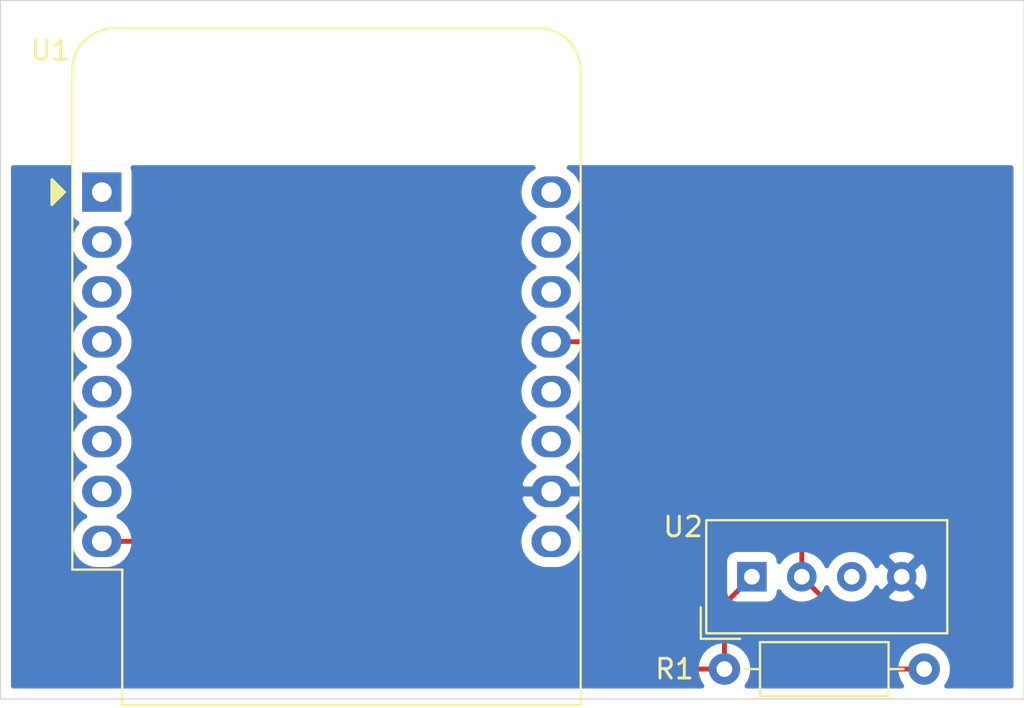
<source format=kicad_pcb>
(kicad_pcb (version 20171130) (host pcbnew 5.1.9-73d0e3b20d~88~ubuntu20.04.1)

  (general
    (thickness 1.6)
    (drawings 4)
    (tracks 12)
    (zones 0)
    (modules 3)
    (nets 17)
  )

  (page A4)
  (title_block
    (title "Wemos D1/DHT22 Temperature Station")
    (date 2021-01-20)
    (rev 1)
    (company "Jonathan Ludwig")
  )

  (layers
    (0 F.Cu signal)
    (31 B.Cu signal)
    (32 B.Adhes user)
    (33 F.Adhes user)
    (34 B.Paste user)
    (35 F.Paste user)
    (36 B.SilkS user)
    (37 F.SilkS user)
    (38 B.Mask user)
    (39 F.Mask user)
    (40 Dwgs.User user)
    (41 Cmts.User user)
    (42 Eco1.User user)
    (43 Eco2.User user)
    (44 Edge.Cuts user)
    (45 Margin user)
    (46 B.CrtYd user)
    (47 F.CrtYd user)
    (48 B.Fab user)
    (49 F.Fab user)
  )

  (setup
    (last_trace_width 0.25)
    (trace_clearance 0.2)
    (zone_clearance 0.508)
    (zone_45_only no)
    (trace_min 0.2)
    (via_size 0.8)
    (via_drill 0.4)
    (via_min_size 0.4)
    (via_min_drill 0.3)
    (uvia_size 0.3)
    (uvia_drill 0.1)
    (uvias_allowed no)
    (uvia_min_size 0.2)
    (uvia_min_drill 0.1)
    (edge_width 0.05)
    (segment_width 0.2)
    (pcb_text_width 0.3)
    (pcb_text_size 1.5 1.5)
    (mod_edge_width 0.12)
    (mod_text_size 1 1)
    (mod_text_width 0.15)
    (pad_size 1.524 1.524)
    (pad_drill 0.762)
    (pad_to_mask_clearance 0)
    (aux_axis_origin 0 0)
    (visible_elements FFFFFF7F)
    (pcbplotparams
      (layerselection 0x010fc_ffffffff)
      (usegerberextensions false)
      (usegerberattributes true)
      (usegerberadvancedattributes true)
      (creategerberjobfile true)
      (excludeedgelayer true)
      (linewidth 0.100000)
      (plotframeref false)
      (viasonmask false)
      (mode 1)
      (useauxorigin false)
      (hpglpennumber 1)
      (hpglpenspeed 20)
      (hpglpendiameter 15.000000)
      (psnegative false)
      (psa4output false)
      (plotreference true)
      (plotvalue true)
      (plotinvisibletext false)
      (padsonsilk false)
      (subtractmaskfromsilk false)
      (outputformat 1)
      (mirror false)
      (drillshape 1)
      (scaleselection 1)
      (outputdirectory ""))
  )

  (net 0 "")
  (net 1 "Net-(R1-Pad1)")
  (net 2 "Net-(R1-Pad2)")
  (net 3 "Net-(U1-Pad2)")
  (net 4 "Net-(U1-Pad1)")
  (net 5 "Net-(U1-Pad4)")
  (net 6 "Net-(U1-Pad5)")
  (net 7 "Net-(U1-Pad6)")
  (net 8 "Net-(U1-Pad7)")
  (net 9 "Net-(U1-Pad9)")
  (net 10 "Net-(U1-Pad10)")
  (net 11 "Net-(U1-Pad12)")
  (net 12 "Net-(U1-Pad14)")
  (net 13 "Net-(U1-Pad15)")
  (net 14 "Net-(U1-Pad16)")
  (net 15 "Net-(U2-Pad3)")
  (net 16 "Net-(U1-Pad11)")

  (net_class Default "This is the default net class."
    (clearance 0.2)
    (trace_width 0.25)
    (via_dia 0.8)
    (via_drill 0.4)
    (uvia_dia 0.3)
    (uvia_drill 0.1)
    (add_net "Net-(R1-Pad1)")
    (add_net "Net-(R1-Pad2)")
    (add_net "Net-(U1-Pad1)")
    (add_net "Net-(U1-Pad10)")
    (add_net "Net-(U1-Pad11)")
    (add_net "Net-(U1-Pad12)")
    (add_net "Net-(U1-Pad14)")
    (add_net "Net-(U1-Pad15)")
    (add_net "Net-(U1-Pad16)")
    (add_net "Net-(U1-Pad2)")
    (add_net "Net-(U1-Pad4)")
    (add_net "Net-(U1-Pad5)")
    (add_net "Net-(U1-Pad6)")
    (add_net "Net-(U1-Pad7)")
    (add_net "Net-(U1-Pad9)")
    (add_net "Net-(U2-Pad3)")
  )

  (module Module:WEMOS_D1_mini_light (layer F.Cu) (tedit 5BBFB1CE) (tstamp 6008C265)
    (at 121.995001 88.495001)
    (descr "16-pin module, column spacing 22.86 mm (900 mils), https://wiki.wemos.cc/products:d1:d1_mini, https://c1.staticflickr.com/1/734/31400410271_f278b087db_z.jpg")
    (tags "ESP8266 WiFi microcontroller")
    (path /60086523)
    (fp_text reference U1 (at -2.615001 -7.215001) (layer F.SilkS)
      (effects (font (size 1 1) (thickness 0.15)))
    )
    (fp_text value WeMos_D1_mini (at 11.7 0) (layer F.Fab)
      (effects (font (size 1 1) (thickness 0.15)))
    )
    (fp_line (start 1.04 19.22) (end 1.04 26.12) (layer F.SilkS) (width 0.12))
    (fp_line (start -1.5 19.22) (end 1.04 19.22) (layer F.SilkS) (width 0.12))
    (fp_line (start -0.37 0) (end -1.37 -1) (layer F.Fab) (width 0.1))
    (fp_line (start -1.37 1) (end -0.37 0) (layer F.Fab) (width 0.1))
    (fp_line (start -1.37 -6.21) (end -1.37 -1) (layer F.Fab) (width 0.1))
    (fp_line (start 1.17 19.09) (end 1.17 25.99) (layer F.Fab) (width 0.1))
    (fp_line (start -1.37 19.09) (end 1.17 19.09) (layer F.Fab) (width 0.1))
    (fp_line (start -1.35 -7.4) (end -0.55 -8.2) (layer Dwgs.User) (width 0.1))
    (fp_line (start -1.3 -5.45) (end 1.45 -8.2) (layer Dwgs.User) (width 0.1))
    (fp_line (start -1.35 -3.4) (end 3.45 -8.2) (layer Dwgs.User) (width 0.1))
    (fp_line (start 22.65 -1.4) (end 24.25 -3) (layer Dwgs.User) (width 0.1))
    (fp_line (start 20.65 -1.4) (end 24.25 -5) (layer Dwgs.User) (width 0.1))
    (fp_line (start 18.65 -1.4) (end 24.25 -7) (layer Dwgs.User) (width 0.1))
    (fp_line (start 16.65 -1.4) (end 23.45 -8.2) (layer Dwgs.User) (width 0.1))
    (fp_line (start 14.65 -1.4) (end 21.45 -8.2) (layer Dwgs.User) (width 0.1))
    (fp_line (start 12.65 -1.4) (end 19.45 -8.2) (layer Dwgs.User) (width 0.1))
    (fp_line (start 10.65 -1.4) (end 17.45 -8.2) (layer Dwgs.User) (width 0.1))
    (fp_line (start 8.65 -1.4) (end 15.45 -8.2) (layer Dwgs.User) (width 0.1))
    (fp_line (start 6.65 -1.4) (end 13.45 -8.2) (layer Dwgs.User) (width 0.1))
    (fp_line (start 4.65 -1.4) (end 11.45 -8.2) (layer Dwgs.User) (width 0.1))
    (fp_line (start 2.65 -1.4) (end 9.45 -8.2) (layer Dwgs.User) (width 0.1))
    (fp_line (start 0.65 -1.4) (end 7.45 -8.2) (layer Dwgs.User) (width 0.1))
    (fp_line (start -1.35 -1.4) (end 5.45 -8.2) (layer Dwgs.User) (width 0.1))
    (fp_line (start -1.35 -8.2) (end -1.35 -1.4) (layer Dwgs.User) (width 0.1))
    (fp_line (start 24.25 -8.2) (end -1.35 -8.2) (layer Dwgs.User) (width 0.1))
    (fp_line (start 24.25 -1.4) (end 24.25 -8.2) (layer Dwgs.User) (width 0.1))
    (fp_line (start -1.35 -1.4) (end 24.25 -1.4) (layer Dwgs.User) (width 0.1))
    (fp_poly (pts (xy -2.54 -0.635) (xy -2.54 0.635) (xy -1.905 0)) (layer F.SilkS) (width 0.15))
    (fp_line (start -1.62 26.24) (end -1.62 -8.46) (layer F.CrtYd) (width 0.05))
    (fp_line (start 24.48 26.24) (end -1.62 26.24) (layer F.CrtYd) (width 0.05))
    (fp_line (start 24.48 -8.41) (end 24.48 26.24) (layer F.CrtYd) (width 0.05))
    (fp_line (start -1.62 -8.46) (end 24.48 -8.46) (layer F.CrtYd) (width 0.05))
    (fp_line (start -1.37 1) (end -1.37 19.09) (layer F.Fab) (width 0.1))
    (fp_line (start 22.23 -8.21) (end 0.63 -8.21) (layer F.Fab) (width 0.1))
    (fp_line (start 24.23 25.99) (end 24.23 -6.21) (layer F.Fab) (width 0.1))
    (fp_line (start 1.17 25.99) (end 24.23 25.99) (layer F.Fab) (width 0.1))
    (fp_line (start 22.24 -8.34) (end 0.63 -8.34) (layer F.SilkS) (width 0.12))
    (fp_line (start 24.36 26.12) (end 24.36 -6.21) (layer F.SilkS) (width 0.12))
    (fp_line (start -1.5 19.22) (end -1.5 -6.21) (layer F.SilkS) (width 0.12))
    (fp_line (start 1.04 26.12) (end 24.36 26.12) (layer F.SilkS) (width 0.12))
    (fp_text user %R (at 11.43 10) (layer F.Fab)
      (effects (font (size 1 1) (thickness 0.15)))
    )
    (fp_arc (start 0.63 -6.21) (end 0.63 -8.21) (angle -90) (layer F.Fab) (width 0.1))
    (fp_arc (start 22.23 -6.21) (end 24.23 -6.19) (angle -90) (layer F.Fab) (width 0.1))
    (fp_arc (start 0.63 -6.21) (end 0.63 -8.34) (angle -90) (layer F.SilkS) (width 0.12))
    (fp_arc (start 22.23 -6.21) (end 24.36 -6.21) (angle -90) (layer F.SilkS) (width 0.12))
    (fp_text user "KEEP OUT" (at 11.43 -6.35) (layer Cmts.User)
      (effects (font (size 1 1) (thickness 0.15)))
    )
    (fp_text user "No copper" (at 11.43 -3.81) (layer Cmts.User)
      (effects (font (size 1 1) (thickness 0.15)))
    )
    (pad 2 thru_hole oval (at 0 2.54) (size 2 1.6) (drill 1) (layers *.Cu *.Mask)
      (net 3 "Net-(U1-Pad2)"))
    (pad 1 thru_hole rect (at 0 0) (size 2 2) (drill 1) (layers *.Cu *.Mask)
      (net 4 "Net-(U1-Pad1)"))
    (pad 3 thru_hole oval (at 0 5.08) (size 2 1.6) (drill 1) (layers *.Cu *.Mask)
      (net 4 "Net-(U1-Pad1)"))
    (pad 4 thru_hole oval (at 0 7.62) (size 2 1.6) (drill 1) (layers *.Cu *.Mask)
      (net 5 "Net-(U1-Pad4)"))
    (pad 5 thru_hole oval (at 0 10.16) (size 2 1.6) (drill 1) (layers *.Cu *.Mask)
      (net 6 "Net-(U1-Pad5)"))
    (pad 6 thru_hole oval (at 0 12.7) (size 2 1.6) (drill 1) (layers *.Cu *.Mask)
      (net 7 "Net-(U1-Pad6)"))
    (pad 7 thru_hole oval (at 0 15.24) (size 2 1.6) (drill 1) (layers *.Cu *.Mask)
      (net 8 "Net-(U1-Pad7)"))
    (pad 8 thru_hole oval (at 0 17.78) (size 2 1.6) (drill 1) (layers *.Cu *.Mask)
      (net 1 "Net-(R1-Pad1)"))
    (pad 9 thru_hole oval (at 22.86 17.78) (size 2 1.6) (drill 1) (layers *.Cu *.Mask)
      (net 9 "Net-(U1-Pad9)"))
    (pad 10 thru_hole oval (at 22.86 15.24) (size 2 1.6) (drill 1) (layers *.Cu *.Mask)
      (net 10 "Net-(U1-Pad10)"))
    (pad 11 thru_hole oval (at 22.86 12.7) (size 2 1.6) (drill 1) (layers *.Cu *.Mask)
      (net 16 "Net-(U1-Pad11)"))
    (pad 12 thru_hole oval (at 22.86 10.16) (size 2 1.6) (drill 1) (layers *.Cu *.Mask)
      (net 11 "Net-(U1-Pad12)"))
    (pad 13 thru_hole oval (at 22.86 7.62) (size 2 1.6) (drill 1) (layers *.Cu *.Mask)
      (net 2 "Net-(R1-Pad2)"))
    (pad 14 thru_hole oval (at 22.86 5.08) (size 2 1.6) (drill 1) (layers *.Cu *.Mask)
      (net 12 "Net-(U1-Pad14)"))
    (pad 15 thru_hole oval (at 22.86 2.54) (size 2 1.6) (drill 1) (layers *.Cu *.Mask)
      (net 13 "Net-(U1-Pad15)"))
    (pad 16 thru_hole oval (at 22.86 0) (size 2 1.6) (drill 1) (layers *.Cu *.Mask)
      (net 14 "Net-(U1-Pad16)"))
    (model ${KISYS3DMOD}/Module.3dshapes/WEMOS_D1_mini_light.wrl
      (at (xyz 0 0 0))
      (scale (xyz 1 1 1))
      (rotate (xyz 0 0 0))
    )
    (model ${KISYS3DMOD}/Connector_PinHeader_2.54mm.3dshapes/PinHeader_1x08_P2.54mm_Vertical.wrl
      (offset (xyz 0 0 9.5))
      (scale (xyz 1 1 1))
      (rotate (xyz 0 -180 0))
    )
    (model ${KISYS3DMOD}/Connector_PinHeader_2.54mm.3dshapes/PinHeader_1x08_P2.54mm_Vertical.wrl
      (offset (xyz 22.86 0 9.5))
      (scale (xyz 1 1 1))
      (rotate (xyz 0 -180 0))
    )
    (model ${KISYS3DMOD}/Connector_PinSocket_2.54mm.3dshapes/PinSocket_1x08_P2.54mm_Vertical.wrl
      (at (xyz 0 0 0))
      (scale (xyz 1 1 1))
      (rotate (xyz 0 0 0))
    )
    (model ${KISYS3DMOD}/Connector_PinSocket_2.54mm.3dshapes/PinSocket_1x08_P2.54mm_Vertical.wrl
      (offset (xyz 22.86 0 0))
      (scale (xyz 1 1 1))
      (rotate (xyz 0 0 0))
    )
  )

  (module Resistor_THT:R_Axial_DIN0207_L6.3mm_D2.5mm_P10.16mm_Horizontal (layer F.Cu) (tedit 5AE5139B) (tstamp 6008C222)
    (at 153.67 112.776)
    (descr "Resistor, Axial_DIN0207 series, Axial, Horizontal, pin pitch=10.16mm, 0.25W = 1/4W, length*diameter=6.3*2.5mm^2, http://cdn-reichelt.de/documents/datenblatt/B400/1_4W%23YAG.pdf")
    (tags "Resistor Axial_DIN0207 series Axial Horizontal pin pitch 10.16mm 0.25W = 1/4W length 6.3mm diameter 2.5mm")
    (path /60089549)
    (fp_text reference R1 (at -2.54 0) (layer F.SilkS)
      (effects (font (size 1 1) (thickness 0.15)))
    )
    (fp_text value 10K (at 12.954 0) (layer F.Fab)
      (effects (font (size 1 1) (thickness 0.15)))
    )
    (fp_line (start 11.21 -1.5) (end -1.05 -1.5) (layer F.CrtYd) (width 0.05))
    (fp_line (start 11.21 1.5) (end 11.21 -1.5) (layer F.CrtYd) (width 0.05))
    (fp_line (start -1.05 1.5) (end 11.21 1.5) (layer F.CrtYd) (width 0.05))
    (fp_line (start -1.05 -1.5) (end -1.05 1.5) (layer F.CrtYd) (width 0.05))
    (fp_line (start 9.12 0) (end 8.35 0) (layer F.SilkS) (width 0.12))
    (fp_line (start 1.04 0) (end 1.81 0) (layer F.SilkS) (width 0.12))
    (fp_line (start 8.35 -1.37) (end 1.81 -1.37) (layer F.SilkS) (width 0.12))
    (fp_line (start 8.35 1.37) (end 8.35 -1.37) (layer F.SilkS) (width 0.12))
    (fp_line (start 1.81 1.37) (end 8.35 1.37) (layer F.SilkS) (width 0.12))
    (fp_line (start 1.81 -1.37) (end 1.81 1.37) (layer F.SilkS) (width 0.12))
    (fp_line (start 10.16 0) (end 8.23 0) (layer F.Fab) (width 0.1))
    (fp_line (start 0 0) (end 1.93 0) (layer F.Fab) (width 0.1))
    (fp_line (start 8.23 -1.25) (end 1.93 -1.25) (layer F.Fab) (width 0.1))
    (fp_line (start 8.23 1.25) (end 8.23 -1.25) (layer F.Fab) (width 0.1))
    (fp_line (start 1.93 1.25) (end 8.23 1.25) (layer F.Fab) (width 0.1))
    (fp_line (start 1.93 -1.25) (end 1.93 1.25) (layer F.Fab) (width 0.1))
    (fp_text user %R (at 5.08 0) (layer F.Fab)
      (effects (font (size 1 1) (thickness 0.15)))
    )
    (pad 1 thru_hole circle (at 0 0) (size 1.6 1.6) (drill 0.8) (layers *.Cu *.Mask)
      (net 1 "Net-(R1-Pad1)"))
    (pad 2 thru_hole oval (at 10.16 0) (size 1.6 1.6) (drill 0.8) (layers *.Cu *.Mask)
      (net 2 "Net-(R1-Pad2)"))
    (model ${KISYS3DMOD}/Resistor_THT.3dshapes/R_Axial_DIN0207_L6.3mm_D2.5mm_P10.16mm_Horizontal.wrl
      (at (xyz 0 0 0))
      (scale (xyz 1 1 1))
      (rotate (xyz 0 0 0))
    )
  )

  (module Sensor:Aosong_DHT11_5.5x12.0_P2.54mm (layer F.Cu) (tedit 5C4B60CF) (tstamp 6008C27D)
    (at 155.067 108.077 90)
    (descr "Temperature and humidity module, http://akizukidenshi.com/download/ds/aosong/DHT11.pdf")
    (tags "Temperature and humidity module")
    (path /600874FD)
    (fp_text reference U2 (at 2.54 -3.5) (layer F.SilkS)
      (effects (font (size 1 1) (thickness 0.15)))
    )
    (fp_text value DHT11 (at 0 11.3 90) (layer F.Fab)
      (effects (font (size 1 1) (thickness 0.15)))
    )
    (fp_line (start -3.16 -2.6) (end -1.55 -2.6) (layer F.SilkS) (width 0.12))
    (fp_line (start -3.16 -2.6) (end -3.16 -0.6) (layer F.SilkS) (width 0.12))
    (fp_line (start -2.75 -1.19) (end -1.75 -2.19) (layer F.Fab) (width 0.1))
    (fp_line (start -3 10.06) (end -3 -2.44) (layer F.CrtYd) (width 0.05))
    (fp_line (start 3 10.06) (end -3 10.06) (layer F.CrtYd) (width 0.05))
    (fp_line (start 3 -2.44) (end 3 10.06) (layer F.CrtYd) (width 0.05))
    (fp_line (start -3 -2.44) (end 3 -2.44) (layer F.CrtYd) (width 0.05))
    (fp_line (start -2.88 9.94) (end -2.88 -2.31) (layer F.SilkS) (width 0.12))
    (fp_line (start 2.88 9.94) (end -2.88 9.94) (layer F.SilkS) (width 0.12))
    (fp_line (start 2.88 -2.32) (end 2.88 9.94) (layer F.SilkS) (width 0.12))
    (fp_line (start -2.87 -2.32) (end 2.87 -2.32) (layer F.SilkS) (width 0.12))
    (fp_line (start -2.75 -1.19) (end -2.75 9.81) (layer F.Fab) (width 0.1))
    (fp_line (start 2.75 9.81) (end -2.75 9.81) (layer F.Fab) (width 0.1))
    (fp_line (start 2.75 -2.19) (end 2.75 9.81) (layer F.Fab) (width 0.1))
    (fp_line (start -1.75 -2.19) (end 2.75 -2.19) (layer F.Fab) (width 0.1))
    (fp_text user %R (at 1.778 3.81) (layer F.Fab)
      (effects (font (size 1 1) (thickness 0.15)))
    )
    (pad 1 thru_hole rect (at 0 0 90) (size 1.5 1.5) (drill 0.8) (layers *.Cu *.Mask)
      (net 1 "Net-(R1-Pad1)"))
    (pad 2 thru_hole circle (at 0 2.54 90) (size 1.5 1.5) (drill 0.8) (layers *.Cu *.Mask)
      (net 2 "Net-(R1-Pad2)"))
    (pad 3 thru_hole circle (at 0 5.08 90) (size 1.5 1.5) (drill 0.8) (layers *.Cu *.Mask)
      (net 15 "Net-(U2-Pad3)"))
    (pad 4 thru_hole circle (at 0 7.62 90) (size 1.5 1.5) (drill 0.8) (layers *.Cu *.Mask)
      (net 10 "Net-(U1-Pad10)"))
    (model ${KISYS3DMOD}/Sensor.3dshapes/Aosong_DHT11_5.5x12.0_P2.54mm.wrl
      (at (xyz 0 0 0))
      (scale (xyz 1 1 1))
      (rotate (xyz 0 0 0))
    )
  )

  (gr_line (start 168.91 78.74) (end 116.84 78.74) (layer Edge.Cuts) (width 0.05) (tstamp 6008C630))
  (gr_line (start 168.91 114.3) (end 168.91 78.74) (layer Edge.Cuts) (width 0.05))
  (gr_line (start 116.84 114.3) (end 116.84 78.74) (layer Edge.Cuts) (width 0.05))
  (gr_line (start 168.91 114.3) (end 116.84 114.3) (layer Edge.Cuts) (width 0.05))

  (segment (start 121.995001 106.275001) (end 130.659001 106.275001) (width 0.25) (layer F.Cu) (net 1))
  (segment (start 137.16 112.776) (end 153.67 112.776) (width 0.25) (layer F.Cu) (net 1))
  (segment (start 130.659001 106.275001) (end 137.16 112.776) (width 0.25) (layer F.Cu) (net 1))
  (segment (start 153.67 109.474) (end 155.067 108.077) (width 0.25) (layer F.Cu) (net 1))
  (segment (start 153.67 112.776) (end 153.67 109.474) (width 0.25) (layer F.Cu) (net 1))
  (segment (start 162.306 112.776) (end 157.607 108.077) (width 0.25) (layer F.Cu) (net 2))
  (segment (start 163.83 112.776) (end 162.306 112.776) (width 0.25) (layer F.Cu) (net 2))
  (segment (start 144.855001 96.115001) (end 147.724999 96.115001) (width 0.25) (layer F.Cu) (net 2))
  (segment (start 157.607 105.997002) (end 157.607 108.077) (width 0.25) (layer F.Cu) (net 2))
  (segment (start 147.724999 96.115001) (end 157.607 105.997002) (width 0.25) (layer F.Cu) (net 2))
  (segment (start 158.345001 103.735001) (end 162.687 108.077) (width 0.25) (layer B.Cu) (net 10))
  (segment (start 144.855001 103.735001) (end 158.345001 103.735001) (width 0.25) (layer B.Cu) (net 10))

  (zone (net 0) (net_name "") (layers F&B.Cu) (tstamp 0) (hatch edge 0.508)
    (connect_pads (clearance 0.508))
    (min_thickness 0.254)
    (keepout (tracks not_allowed) (vias not_allowed) (copperpour not_allowed))
    (fill (arc_segments 32) (thermal_gap 0.508) (thermal_bridge_width 0.508))
    (polygon
      (pts
        (xy 168.91 87.122) (xy 116.84 87.122) (xy 116.84 78.74) (xy 168.91 78.74)
      )
    )
  )
  (zone (net 10) (net_name "Net-(U1-Pad10)") (layer B.Cu) (tstamp 0) (hatch edge 0.508)
    (connect_pads (clearance 0.508))
    (min_thickness 0.254)
    (fill yes (arc_segments 32) (thermal_gap 0.508) (thermal_bridge_width 0.508))
    (polygon
      (pts
        (xy 168.91 114.3) (xy 116.84 114.3) (xy 116.84 78.74) (xy 168.91 78.74)
      )
    )
    (filled_polygon
      (pts
        (xy 120.405499 87.250821) (xy 120.369189 87.370519) (xy 120.356929 87.495001) (xy 120.356929 89.495001) (xy 120.369189 89.619483)
        (xy 120.405499 89.739181) (xy 120.464464 89.849495) (xy 120.543816 89.946186) (xy 120.640507 90.025538) (xy 120.728477 90.07256)
        (xy 120.596069 90.2339) (xy 120.462819 90.483193) (xy 120.380765 90.753692) (xy 120.353058 91.035001) (xy 120.380765 91.31631)
        (xy 120.462819 91.586809) (xy 120.596069 91.836102) (xy 120.775393 92.054609) (xy 120.9939 92.233933) (xy 121.126859 92.305001)
        (xy 120.9939 92.376069) (xy 120.775393 92.555393) (xy 120.596069 92.7739) (xy 120.462819 93.023193) (xy 120.380765 93.293692)
        (xy 120.353058 93.575001) (xy 120.380765 93.85631) (xy 120.462819 94.126809) (xy 120.596069 94.376102) (xy 120.775393 94.594609)
        (xy 120.9939 94.773933) (xy 121.126859 94.845001) (xy 120.9939 94.916069) (xy 120.775393 95.095393) (xy 120.596069 95.3139)
        (xy 120.462819 95.563193) (xy 120.380765 95.833692) (xy 120.353058 96.115001) (xy 120.380765 96.39631) (xy 120.462819 96.666809)
        (xy 120.596069 96.916102) (xy 120.775393 97.134609) (xy 120.9939 97.313933) (xy 121.126859 97.385001) (xy 120.9939 97.456069)
        (xy 120.775393 97.635393) (xy 120.596069 97.8539) (xy 120.462819 98.103193) (xy 120.380765 98.373692) (xy 120.353058 98.655001)
        (xy 120.380765 98.93631) (xy 120.462819 99.206809) (xy 120.596069 99.456102) (xy 120.775393 99.674609) (xy 120.9939 99.853933)
        (xy 121.126859 99.925001) (xy 120.9939 99.996069) (xy 120.775393 100.175393) (xy 120.596069 100.3939) (xy 120.462819 100.643193)
        (xy 120.380765 100.913692) (xy 120.353058 101.195001) (xy 120.380765 101.47631) (xy 120.462819 101.746809) (xy 120.596069 101.996102)
        (xy 120.775393 102.214609) (xy 120.9939 102.393933) (xy 121.126859 102.465001) (xy 120.9939 102.536069) (xy 120.775393 102.715393)
        (xy 120.596069 102.9339) (xy 120.462819 103.183193) (xy 120.380765 103.453692) (xy 120.353058 103.735001) (xy 120.380765 104.01631)
        (xy 120.462819 104.286809) (xy 120.596069 104.536102) (xy 120.775393 104.754609) (xy 120.9939 104.933933) (xy 121.126859 105.005001)
        (xy 120.9939 105.076069) (xy 120.775393 105.255393) (xy 120.596069 105.4739) (xy 120.462819 105.723193) (xy 120.380765 105.993692)
        (xy 120.353058 106.275001) (xy 120.380765 106.55631) (xy 120.462819 106.826809) (xy 120.596069 107.076102) (xy 120.775393 107.294609)
        (xy 120.9939 107.473933) (xy 121.243193 107.607183) (xy 121.513692 107.689237) (xy 121.724509 107.710001) (xy 122.265493 107.710001)
        (xy 122.47631 107.689237) (xy 122.746809 107.607183) (xy 122.996102 107.473933) (xy 123.214609 107.294609) (xy 123.393933 107.076102)
        (xy 123.527183 106.826809) (xy 123.609237 106.55631) (xy 123.636944 106.275001) (xy 143.213058 106.275001) (xy 143.240765 106.55631)
        (xy 143.322819 106.826809) (xy 143.456069 107.076102) (xy 143.635393 107.294609) (xy 143.8539 107.473933) (xy 144.103193 107.607183)
        (xy 144.373692 107.689237) (xy 144.584509 107.710001) (xy 145.125493 107.710001) (xy 145.33631 107.689237) (xy 145.606809 107.607183)
        (xy 145.856102 107.473933) (xy 146.03514 107.327) (xy 153.678928 107.327) (xy 153.678928 108.827) (xy 153.691188 108.951482)
        (xy 153.727498 109.07118) (xy 153.786463 109.181494) (xy 153.865815 109.278185) (xy 153.962506 109.357537) (xy 154.07282 109.416502)
        (xy 154.192518 109.452812) (xy 154.317 109.465072) (xy 155.817 109.465072) (xy 155.941482 109.452812) (xy 156.06118 109.416502)
        (xy 156.171494 109.357537) (xy 156.268185 109.278185) (xy 156.347537 109.181494) (xy 156.406502 109.07118) (xy 156.442812 108.951482)
        (xy 156.453445 108.843517) (xy 156.531201 108.959886) (xy 156.724114 109.152799) (xy 156.950957 109.304371) (xy 157.203011 109.408775)
        (xy 157.470589 109.462) (xy 157.743411 109.462) (xy 158.010989 109.408775) (xy 158.263043 109.304371) (xy 158.489886 109.152799)
        (xy 158.682799 108.959886) (xy 158.834371 108.733043) (xy 158.877 108.630127) (xy 158.919629 108.733043) (xy 159.071201 108.959886)
        (xy 159.264114 109.152799) (xy 159.490957 109.304371) (xy 159.743011 109.408775) (xy 160.010589 109.462) (xy 160.283411 109.462)
        (xy 160.550989 109.408775) (xy 160.803043 109.304371) (xy 161.029886 109.152799) (xy 161.148692 109.033993) (xy 161.909612 109.033993)
        (xy 161.975137 109.27286) (xy 162.222116 109.38876) (xy 162.48696 109.45425) (xy 162.759492 109.466812) (xy 163.029238 109.425965)
        (xy 163.285832 109.333277) (xy 163.398863 109.27286) (xy 163.464388 109.033993) (xy 162.687 108.256605) (xy 161.909612 109.033993)
        (xy 161.148692 109.033993) (xy 161.222799 108.959886) (xy 161.374371 108.733043) (xy 161.415511 108.633721) (xy 161.430723 108.675832)
        (xy 161.49114 108.788863) (xy 161.730007 108.854388) (xy 162.507395 108.077) (xy 162.866605 108.077) (xy 163.643993 108.854388)
        (xy 163.88286 108.788863) (xy 163.99876 108.541884) (xy 164.06425 108.27704) (xy 164.076812 108.004508) (xy 164.035965 107.734762)
        (xy 163.943277 107.478168) (xy 163.88286 107.365137) (xy 163.643993 107.299612) (xy 162.866605 108.077) (xy 162.507395 108.077)
        (xy 161.730007 107.299612) (xy 161.49114 107.365137) (xy 161.416836 107.523477) (xy 161.374371 107.420957) (xy 161.222799 107.194114)
        (xy 161.148692 107.120007) (xy 161.909612 107.120007) (xy 162.687 107.897395) (xy 163.464388 107.120007) (xy 163.398863 106.88114)
        (xy 163.151884 106.76524) (xy 162.88704 106.69975) (xy 162.614508 106.687188) (xy 162.344762 106.728035) (xy 162.088168 106.820723)
        (xy 161.975137 106.88114) (xy 161.909612 107.120007) (xy 161.148692 107.120007) (xy 161.029886 107.001201) (xy 160.803043 106.849629)
        (xy 160.550989 106.745225) (xy 160.283411 106.692) (xy 160.010589 106.692) (xy 159.743011 106.745225) (xy 159.490957 106.849629)
        (xy 159.264114 107.001201) (xy 159.071201 107.194114) (xy 158.919629 107.420957) (xy 158.877 107.523873) (xy 158.834371 107.420957)
        (xy 158.682799 107.194114) (xy 158.489886 107.001201) (xy 158.263043 106.849629) (xy 158.010989 106.745225) (xy 157.743411 106.692)
        (xy 157.470589 106.692) (xy 157.203011 106.745225) (xy 156.950957 106.849629) (xy 156.724114 107.001201) (xy 156.531201 107.194114)
        (xy 156.453445 107.310483) (xy 156.442812 107.202518) (xy 156.406502 107.08282) (xy 156.347537 106.972506) (xy 156.268185 106.875815)
        (xy 156.171494 106.796463) (xy 156.06118 106.737498) (xy 155.941482 106.701188) (xy 155.817 106.688928) (xy 154.317 106.688928)
        (xy 154.192518 106.701188) (xy 154.07282 106.737498) (xy 153.962506 106.796463) (xy 153.865815 106.875815) (xy 153.786463 106.972506)
        (xy 153.727498 107.08282) (xy 153.691188 107.202518) (xy 153.678928 107.327) (xy 146.03514 107.327) (xy 146.074609 107.294609)
        (xy 146.253933 107.076102) (xy 146.387183 106.826809) (xy 146.469237 106.55631) (xy 146.496944 106.275001) (xy 146.469237 105.993692)
        (xy 146.387183 105.723193) (xy 146.253933 105.4739) (xy 146.074609 105.255393) (xy 145.856102 105.076069) (xy 145.726656 105.006879)
        (xy 145.744228 104.999431) (xy 145.977663 104.840674) (xy 146.17564 104.639426) (xy 146.330552 104.403422) (xy 146.436445 104.141731)
        (xy 146.446905 104.08404) (xy 146.324916 103.862001) (xy 144.982001 103.862001) (xy 144.982001 103.882001) (xy 144.728001 103.882001)
        (xy 144.728001 103.862001) (xy 143.385086 103.862001) (xy 143.263097 104.08404) (xy 143.273557 104.141731) (xy 143.37945 104.403422)
        (xy 143.534362 104.639426) (xy 143.732339 104.840674) (xy 143.965774 104.999431) (xy 143.983346 105.006879) (xy 143.8539 105.076069)
        (xy 143.635393 105.255393) (xy 143.456069 105.4739) (xy 143.322819 105.723193) (xy 143.240765 105.993692) (xy 143.213058 106.275001)
        (xy 123.636944 106.275001) (xy 123.609237 105.993692) (xy 123.527183 105.723193) (xy 123.393933 105.4739) (xy 123.214609 105.255393)
        (xy 122.996102 105.076069) (xy 122.863143 105.005001) (xy 122.996102 104.933933) (xy 123.214609 104.754609) (xy 123.393933 104.536102)
        (xy 123.527183 104.286809) (xy 123.609237 104.01631) (xy 123.636944 103.735001) (xy 123.609237 103.453692) (xy 123.527183 103.183193)
        (xy 123.393933 102.9339) (xy 123.214609 102.715393) (xy 122.996102 102.536069) (xy 122.863143 102.465001) (xy 122.996102 102.393933)
        (xy 123.214609 102.214609) (xy 123.393933 101.996102) (xy 123.527183 101.746809) (xy 123.609237 101.47631) (xy 123.636944 101.195001)
        (xy 123.609237 100.913692) (xy 123.527183 100.643193) (xy 123.393933 100.3939) (xy 123.214609 100.175393) (xy 122.996102 99.996069)
        (xy 122.863143 99.925001) (xy 122.996102 99.853933) (xy 123.214609 99.674609) (xy 123.393933 99.456102) (xy 123.527183 99.206809)
        (xy 123.609237 98.93631) (xy 123.636944 98.655001) (xy 123.609237 98.373692) (xy 123.527183 98.103193) (xy 123.393933 97.8539)
        (xy 123.214609 97.635393) (xy 122.996102 97.456069) (xy 122.863143 97.385001) (xy 122.996102 97.313933) (xy 123.214609 97.134609)
        (xy 123.393933 96.916102) (xy 123.527183 96.666809) (xy 123.609237 96.39631) (xy 123.636944 96.115001) (xy 123.609237 95.833692)
        (xy 123.527183 95.563193) (xy 123.393933 95.3139) (xy 123.214609 95.095393) (xy 122.996102 94.916069) (xy 122.863143 94.845001)
        (xy 122.996102 94.773933) (xy 123.214609 94.594609) (xy 123.393933 94.376102) (xy 123.527183 94.126809) (xy 123.609237 93.85631)
        (xy 123.636944 93.575001) (xy 123.609237 93.293692) (xy 123.527183 93.023193) (xy 123.393933 92.7739) (xy 123.214609 92.555393)
        (xy 122.996102 92.376069) (xy 122.863143 92.305001) (xy 122.996102 92.233933) (xy 123.214609 92.054609) (xy 123.393933 91.836102)
        (xy 123.527183 91.586809) (xy 123.609237 91.31631) (xy 123.636944 91.035001) (xy 123.609237 90.753692) (xy 123.527183 90.483193)
        (xy 123.393933 90.2339) (xy 123.261525 90.07256) (xy 123.349495 90.025538) (xy 123.446186 89.946186) (xy 123.525538 89.849495)
        (xy 123.584503 89.739181) (xy 123.620813 89.619483) (xy 123.633073 89.495001) (xy 123.633073 87.495001) (xy 123.620813 87.370519)
        (xy 123.584503 87.250821) (xy 123.58353 87.249) (xy 143.94196 87.249) (xy 143.8539 87.296069) (xy 143.635393 87.475393)
        (xy 143.456069 87.6939) (xy 143.322819 87.943193) (xy 143.240765 88.213692) (xy 143.213058 88.495001) (xy 143.240765 88.77631)
        (xy 143.322819 89.046809) (xy 143.456069 89.296102) (xy 143.635393 89.514609) (xy 143.8539 89.693933) (xy 143.986859 89.765001)
        (xy 143.8539 89.836069) (xy 143.635393 90.015393) (xy 143.456069 90.2339) (xy 143.322819 90.483193) (xy 143.240765 90.753692)
        (xy 143.213058 91.035001) (xy 143.240765 91.31631) (xy 143.322819 91.586809) (xy 143.456069 91.836102) (xy 143.635393 92.054609)
        (xy 143.8539 92.233933) (xy 143.986859 92.305001) (xy 143.8539 92.376069) (xy 143.635393 92.555393) (xy 143.456069 92.7739)
        (xy 143.322819 93.023193) (xy 143.240765 93.293692) (xy 143.213058 93.575001) (xy 143.240765 93.85631) (xy 143.322819 94.126809)
        (xy 143.456069 94.376102) (xy 143.635393 94.594609) (xy 143.8539 94.773933) (xy 143.986859 94.845001) (xy 143.8539 94.916069)
        (xy 143.635393 95.095393) (xy 143.456069 95.3139) (xy 143.322819 95.563193) (xy 143.240765 95.833692) (xy 143.213058 96.115001)
        (xy 143.240765 96.39631) (xy 143.322819 96.666809) (xy 143.456069 96.916102) (xy 143.635393 97.134609) (xy 143.8539 97.313933)
        (xy 143.986859 97.385001) (xy 143.8539 97.456069) (xy 143.635393 97.635393) (xy 143.456069 97.8539) (xy 143.322819 98.103193)
        (xy 143.240765 98.373692) (xy 143.213058 98.655001) (xy 143.240765 98.93631) (xy 143.322819 99.206809) (xy 143.456069 99.456102)
        (xy 143.635393 99.674609) (xy 143.8539 99.853933) (xy 143.986859 99.925001) (xy 143.8539 99.996069) (xy 143.635393 100.175393)
        (xy 143.456069 100.3939) (xy 143.322819 100.643193) (xy 143.240765 100.913692) (xy 143.213058 101.195001) (xy 143.240765 101.47631)
        (xy 143.322819 101.746809) (xy 143.456069 101.996102) (xy 143.635393 102.214609) (xy 143.8539 102.393933) (xy 143.983346 102.463123)
        (xy 143.965774 102.470571) (xy 143.732339 102.629328) (xy 143.534362 102.830576) (xy 143.37945 103.06658) (xy 143.273557 103.328271)
        (xy 143.263097 103.385962) (xy 143.385086 103.608001) (xy 144.728001 103.608001) (xy 144.728001 103.588001) (xy 144.982001 103.588001)
        (xy 144.982001 103.608001) (xy 146.324916 103.608001) (xy 146.446905 103.385962) (xy 146.436445 103.328271) (xy 146.330552 103.06658)
        (xy 146.17564 102.830576) (xy 145.977663 102.629328) (xy 145.744228 102.470571) (xy 145.726656 102.463123) (xy 145.856102 102.393933)
        (xy 146.074609 102.214609) (xy 146.253933 101.996102) (xy 146.387183 101.746809) (xy 146.469237 101.47631) (xy 146.496944 101.195001)
        (xy 146.469237 100.913692) (xy 146.387183 100.643193) (xy 146.253933 100.3939) (xy 146.074609 100.175393) (xy 145.856102 99.996069)
        (xy 145.723143 99.925001) (xy 145.856102 99.853933) (xy 146.074609 99.674609) (xy 146.253933 99.456102) (xy 146.387183 99.206809)
        (xy 146.469237 98.93631) (xy 146.496944 98.655001) (xy 146.469237 98.373692) (xy 146.387183 98.103193) (xy 146.253933 97.8539)
        (xy 146.074609 97.635393) (xy 145.856102 97.456069) (xy 145.723143 97.385001) (xy 145.856102 97.313933) (xy 146.074609 97.134609)
        (xy 146.253933 96.916102) (xy 146.387183 96.666809) (xy 146.469237 96.39631) (xy 146.496944 96.115001) (xy 146.469237 95.833692)
        (xy 146.387183 95.563193) (xy 146.253933 95.3139) (xy 146.074609 95.095393) (xy 145.856102 94.916069) (xy 145.723143 94.845001)
        (xy 145.856102 94.773933) (xy 146.074609 94.594609) (xy 146.253933 94.376102) (xy 146.387183 94.126809) (xy 146.469237 93.85631)
        (xy 146.496944 93.575001) (xy 146.469237 93.293692) (xy 146.387183 93.023193) (xy 146.253933 92.7739) (xy 146.074609 92.555393)
        (xy 145.856102 92.376069) (xy 145.723143 92.305001) (xy 145.856102 92.233933) (xy 146.074609 92.054609) (xy 146.253933 91.836102)
        (xy 146.387183 91.586809) (xy 146.469237 91.31631) (xy 146.496944 91.035001) (xy 146.469237 90.753692) (xy 146.387183 90.483193)
        (xy 146.253933 90.2339) (xy 146.074609 90.015393) (xy 145.856102 89.836069) (xy 145.723143 89.765001) (xy 145.856102 89.693933)
        (xy 146.074609 89.514609) (xy 146.253933 89.296102) (xy 146.387183 89.046809) (xy 146.469237 88.77631) (xy 146.496944 88.495001)
        (xy 146.469237 88.213692) (xy 146.387183 87.943193) (xy 146.253933 87.6939) (xy 146.074609 87.475393) (xy 145.856102 87.296069)
        (xy 145.768042 87.249) (xy 168.250001 87.249) (xy 168.25 113.64) (xy 164.978553 113.64) (xy 165.10168 113.455727)
        (xy 165.209853 113.194574) (xy 165.265 112.917335) (xy 165.265 112.634665) (xy 165.209853 112.357426) (xy 165.10168 112.096273)
        (xy 164.944637 111.861241) (xy 164.744759 111.661363) (xy 164.509727 111.50432) (xy 164.248574 111.396147) (xy 163.971335 111.341)
        (xy 163.688665 111.341) (xy 163.411426 111.396147) (xy 163.150273 111.50432) (xy 162.915241 111.661363) (xy 162.715363 111.861241)
        (xy 162.55832 112.096273) (xy 162.450147 112.357426) (xy 162.395 112.634665) (xy 162.395 112.917335) (xy 162.450147 113.194574)
        (xy 162.55832 113.455727) (xy 162.681447 113.64) (xy 154.818553 113.64) (xy 154.94168 113.455727) (xy 155.049853 113.194574)
        (xy 155.105 112.917335) (xy 155.105 112.634665) (xy 155.049853 112.357426) (xy 154.94168 112.096273) (xy 154.784637 111.861241)
        (xy 154.584759 111.661363) (xy 154.349727 111.50432) (xy 154.088574 111.396147) (xy 153.811335 111.341) (xy 153.528665 111.341)
        (xy 153.251426 111.396147) (xy 152.990273 111.50432) (xy 152.755241 111.661363) (xy 152.555363 111.861241) (xy 152.39832 112.096273)
        (xy 152.290147 112.357426) (xy 152.235 112.634665) (xy 152.235 112.917335) (xy 152.290147 113.194574) (xy 152.39832 113.455727)
        (xy 152.521447 113.64) (xy 117.5 113.64) (xy 117.5 87.249) (xy 120.406472 87.249)
      )
    )
  )
)

</source>
